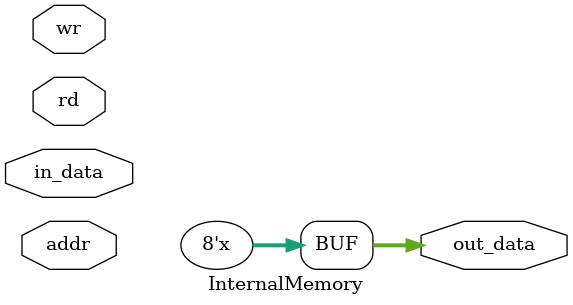
<source format=v>
`timescale 1ns / 1ps
module InternalMemory(input wire [2:0] addr,
			input wire wr,rd,
			input  [7:0] in_data,
			output reg [7:0] out_data
    );
	// 6 registers each of 8bit.
	reg [7:0] r0,r1,r2,r3,r4,r5;

	always@*begin
		if(wr) begin				//writing into registers depending on the address given from CU_EU
			case(addr)
			3'b000: r0 <= in_data;
			3'b001: r1 <= in_data;
			3'b010: r2 <= in_data;
			3'b011: r3 <= in_data;
			3'b100: r4 <= in_data;
			3'b101: r5 <= in_data;
			endcase
		end
		else if(rd) begin			//Reading from registers depending on the address given from CU_EU
				case(addr)
				3'b000:  out_data <= r0;
				3'b001:  out_data <= r1;
				3'b010:  out_data <= r2;
				3'b011:  out_data <= r3;
				3'b100:  out_data <= r4;
				3'b101:  out_data <= r5;
				endcase
			end
	end
	
endmodule

</source>
